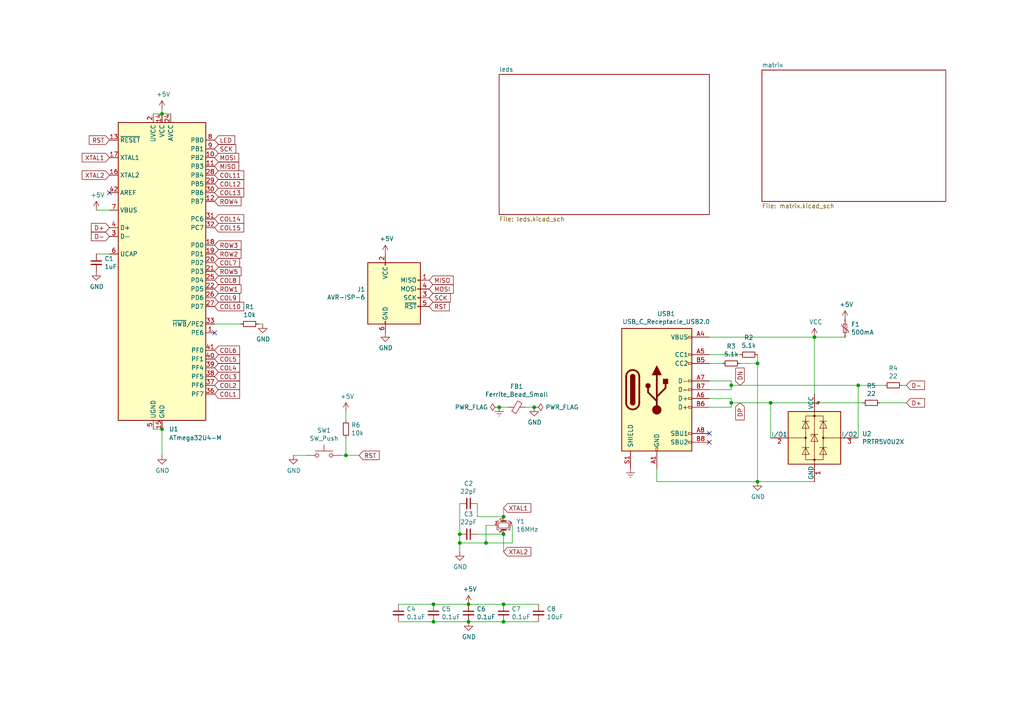
<source format=kicad_sch>
(kicad_sch (version 20211123) (generator eeschema)
  (paper "A4")
  (lib_symbols
    (symbol "Connector:AVR-ISP-6" (pin_names (offset 1.016))
      (property "Reference" "J" (at -6.35 11.43 0))
      (property "Value" "AVR-ISP-6" (at 0 11.43 0))
      (symbol "AVR-ISP-6_0_1"
        (rectangle (start -2.667 -6.858) (end -2.413 -7.62))
        (rectangle (start -2.667 10.16) (end -2.413 9.398))
        (rectangle (start 7.62 -2.413) (end 6.858 -2.667))
        (rectangle (start 7.62 0.127) (end 6.858 -0.127))
        (rectangle (start 7.62 2.667) (end 6.858 2.413))
        (rectangle (start 7.62 5.207) (end 6.858 4.953))
        (rectangle (start 7.62 10.16) (end -7.62 -7.62) (stroke (width 0.254)) (fill (type background)))
      )
      (symbol "AVR-ISP-6_1_1"
        (pin passive line (at 10.16 5.08 180) (length 2.54) (name "MISO") (number "1"))
        (pin passive line (at -2.54 12.7 270) (length 2.54) (name "VCC") (number "2"))
        (pin passive line (at 10.16 0 180) (length 2.54) (name "SCK") (number "3"))
        (pin passive line (at 10.16 2.54 180) (length 2.54) (name "MOSI") (number "4"))
        (pin passive line (at 10.16 -2.54 180) (length 2.54) (name "~{RST}") (number "5"))
        (pin passive line (at -2.54 -10.16 90) (length 2.54) (name "GND") (number "6"))
      )
    )
    (symbol "Connector:USB_C_Receptacle_USB2.0" (pin_names (offset 1.016))
      (property "Reference" "J" (at -10.16 19.05 0))
      (property "Value" "USB_C_Receptacle_USB2.0" (at 19.05 19.05 0))
      (symbol "USB_C_Receptacle_USB2.0_0_0"
        (rectangle (start -0.254 -17.78) (end 0.254 -16.764))
        (rectangle (start 10.16 -14.986) (end 9.144 -15.494))
        (rectangle (start 10.16 -12.446) (end 9.144 -12.954))
        (rectangle (start 10.16 -4.826) (end 9.144 -5.334))
        (rectangle (start 10.16 -2.286) (end 9.144 -2.794))
        (rectangle (start 10.16 0.254) (end 9.144 -0.254))
        (rectangle (start 10.16 2.794) (end 9.144 2.286))
        (rectangle (start 10.16 7.874) (end 9.144 7.366))
        (rectangle (start 10.16 10.414) (end 9.144 9.906))
        (rectangle (start 10.16 15.494) (end 9.144 14.986))
      )
      (symbol "USB_C_Receptacle_USB2.0_0_1"
        (rectangle (start -10.16 17.78) (end 10.16 -17.78) (stroke (width 0.254)) (fill (type background)))
        (arc (start -8.89 -3.81) (mid -6.985 -5.715) (end -5.08 -3.81) (stroke (width 0.508)))
        (arc (start -7.62 -3.81) (mid -6.985 -4.445) (end -6.35 -3.81) (stroke (width 0.254)))
        (arc (start -7.62 -3.81) (mid -6.985 -4.445) (end -6.35 -3.81) (stroke (width 0.254)) (fill (type outline)))
        (rectangle (start -7.62 -3.81) (end -6.35 3.81) (stroke (width 0.254)) (fill (type outline)))
        (arc (start -6.35 3.81) (mid -6.985 4.445) (end -7.62 3.81) (stroke (width 0.254)))
        (arc (start -6.35 3.81) (mid -6.985 4.445) (end -7.62 3.81) (stroke (width 0.254)) (fill (type outline)))
        (arc (start -5.08 3.81) (mid -6.985 5.715) (end -8.89 3.81) (stroke (width 0.508)))
        (circle (center -2.54 1.143) (radius 0.635) (stroke (width 0.254)) (fill (type outline)))
        (circle (center 0 -5.842) (radius 1.27) (fill (type outline)))
        (polyline (pts (xy -8.89 -3.81) (xy -8.89 3.81)) (stroke (width 0.508)))
        (polyline (pts (xy -5.08 3.81) (xy -5.08 -3.81)) (stroke (width 0.508)))
        (polyline (pts (xy 0 -5.842) (xy 0 4.318)) (stroke (width 0.508)))
        (polyline (pts (xy 0 -3.302) (xy -2.54 -0.762) (xy -2.54 0.508)) (stroke (width 0.508)))
        (polyline (pts (xy 0 -2.032) (xy 2.54 0.508) (xy 2.54 1.778)) (stroke (width 0.508)))
        (polyline (pts (xy -1.27 4.318) (xy 0 6.858) (xy 1.27 4.318) (xy -1.27 4.318)) (stroke (width 0.254)) (fill (type outline)))
        (rectangle (start 1.905 1.778) (end 3.175 3.048) (stroke (width 0.254)) (fill (type outline)))
      )
      (symbol "USB_C_Receptacle_USB2.0_1_1"
        (pin passive line (at 0 -22.86 90) (length 5.08) (name "GND") (number "A1"))
        (pin passive line (at 0 -22.86 90) (length 5.08) hide (name "GND") (number "A12"))
        (pin passive line (at 15.24 15.24 180) (length 5.08) (name "VBUS") (number "A4"))
        (pin bidirectional line (at 15.24 10.16 180) (length 5.08) (name "CC1") (number "A5"))
        (pin bidirectional line (at 15.24 -2.54 180) (length 5.08) (name "D+") (number "A6"))
        (pin bidirectional line (at 15.24 2.54 180) (length 5.08) (name "D-") (number "A7"))
        (pin bidirectional line (at 15.24 -12.7 180) (length 5.08) (name "SBU1") (number "A8"))
        (pin passive line (at 15.24 15.24 180) (length 5.08) hide (name "VBUS") (number "A9"))
        (pin passive line (at 0 -22.86 90) (length 5.08) hide (name "GND") (number "B1"))
        (pin passive line (at 0 -22.86 90) (length 5.08) hide (name "GND") (number "B12"))
        (pin passive line (at 15.24 15.24 180) (length 5.08) hide (name "VBUS") (number "B4"))
        (pin bidirectional line (at 15.24 7.62 180) (length 5.08) (name "CC2") (number "B5"))
        (pin bidirectional line (at 15.24 -5.08 180) (length 5.08) (name "D+") (number "B6"))
        (pin bidirectional line (at 15.24 0 180) (length 5.08) (name "D-") (number "B7"))
        (pin bidirectional line (at 15.24 -15.24 180) (length 5.08) (name "SBU2") (number "B8"))
        (pin passive line (at 15.24 15.24 180) (length 5.08) hide (name "VBUS") (number "B9"))
        (pin passive line (at -7.62 -22.86 90) (length 5.08) (name "SHIELD") (number "S1"))
      )
    )
    (symbol "Device:C_Small" (pin_numbers hide) (pin_names (offset 0.254) hide)
      (property "Reference" "C" (at 0.254 1.778 0))
      (property "Value" "C_Small" (at 0.254 -2.032 0))
      (symbol "C_Small_0_1"
        (polyline (pts (xy -1.524 -0.508) (xy 1.524 -0.508)) (stroke (width 0.3302)))
        (polyline (pts (xy -1.524 0.508) (xy 1.524 0.508)) (stroke (width 0.3048)))
      )
      (symbol "C_Small_1_1"
        (pin passive line (at 0 2.54 270) (length 2.032) (name "~") (number "1"))
        (pin passive line (at 0 -2.54 90) (length 2.032) (name "~") (number "2"))
      )
    )
    (symbol "Device:Crystal_GND24_Small" (pin_names (offset 1.016) hide)
      (property "Reference" "Y" (at 1.27 4.445 0))
      (property "Value" "Crystal_GND24_Small" (at 1.27 2.54 0))
      (symbol "Crystal_GND24_Small_0_1"
        (rectangle (start -0.762 -1.524) (end 0.762 1.524))
        (polyline (pts (xy -1.27 -0.762) (xy -1.27 0.762)) (stroke (width 0.381)))
        (polyline (pts (xy 1.27 -0.762) (xy 1.27 0.762)) (stroke (width 0.381)))
        (polyline (pts (xy -1.27 -1.27) (xy -1.27 -1.905) (xy 1.27 -1.905) (xy 1.27 -1.27)))
        (polyline (pts (xy -1.27 1.27) (xy -1.27 1.905) (xy 1.27 1.905) (xy 1.27 1.27)))
      )
      (symbol "Crystal_GND24_Small_1_1"
        (pin passive line (at -2.54 0 0) (length 1.27) (name "1") (number "1"))
        (pin passive line (at 0 -2.54 90) (length 0.635) (name "2") (number "2"))
        (pin passive line (at 2.54 0 180) (length 1.27) (name "3") (number "3"))
        (pin passive line (at 0 2.54 270) (length 0.635) (name "4") (number "4"))
      )
    )
    (symbol "Device:Ferrite_Bead_Small" (pin_numbers hide) (pin_names (offset 0))
      (property "Reference" "FB" (at 1.905 1.27 0))
      (property "Value" "Device_Ferrite_Bead_Small" (at 1.905 -1.27 0))
      (symbol "Ferrite_Bead_Small_0_1"
        (polyline (pts (xy 0 -1.27) (xy 0 -0.7874)))
        (polyline (pts (xy 0 0.889) (xy 0 1.2954)))
        (polyline (pts (xy -1.8288 0.2794) (xy -1.1176 1.4986) (xy 1.8288 -0.2032) (xy 1.1176 -1.4224) (xy -1.8288 0.2794)))
      )
      (symbol "Ferrite_Bead_Small_1_1"
        (pin passive line (at 0 2.54 270) (length 1.27) (name "~") (number "1"))
        (pin passive line (at 0 -2.54 90) (length 1.27) (name "~") (number "2"))
      )
    )
    (symbol "Device:Polyfuse_Small" (pin_numbers hide) (pin_names (offset 0))
      (property "Reference" "F" (at -1.905 0 90))
      (property "Value" "Polyfuse_Small" (at 1.905 0 90))
      (symbol "Polyfuse_Small_0_1"
        (rectangle (start -0.508 1.27) (end 0.508 -1.27))
        (polyline (pts (xy 0 2.54) (xy 0 -2.54)))
        (polyline (pts (xy -1.016 1.27) (xy -1.016 0.762) (xy 1.016 -0.762) (xy 1.016 -1.27)))
      )
      (symbol "Polyfuse_Small_1_1"
        (pin passive line (at 0 2.54 270) (length 0.635) (name "~") (number "1"))
        (pin passive line (at 0 -2.54 90) (length 0.635) (name "~") (number "2"))
      )
    )
    (symbol "Device:R_Small" (pin_numbers hide) (pin_names (offset 0.254) hide)
      (property "Reference" "R" (at 0.762 0.508 0))
      (property "Value" "R_Small" (at 0.762 -1.016 0))
      (symbol "R_Small_0_1"
        (rectangle (start -0.762 1.778) (end 0.762 -1.778) (stroke (width 0.2032)))
      )
      (symbol "R_Small_1_1"
        (pin passive line (at 0 2.54 270) (length 0.762) (name "~") (number "1"))
        (pin passive line (at 0 -2.54 90) (length 0.762) (name "~") (number "2"))
      )
    )
    (symbol "MCU_Microchip_ATmega:ATmega32U4-M"
      (property "Reference" "U" (at -12.7 44.45 0))
      (property "Value" "ATmega32U4-M" (at 2.54 -44.45 0))
      (symbol "ATmega32U4-M_0_1"
        (rectangle (start -12.7 -43.18) (end 12.7 43.18) (stroke (width 0.254)) (fill (type background)))
      )
      (symbol "ATmega32U4-M_1_1"
        (pin bidirectional line (at 15.24 -17.78 180) (length 2.54) (name "PE6") (number "1"))
        (pin bidirectional line (at 15.24 33.02 180) (length 2.54) (name "PB2") (number "10"))
        (pin bidirectional line (at 15.24 30.48 180) (length 2.54) (name "PB3") (number "11"))
        (pin bidirectional line (at 15.24 20.32 180) (length 2.54) (name "PB7") (number "12"))
        (pin input line (at -15.24 38.1 0) (length 2.54) (name "~{RESET}") (number "13"))
        (pin power_in line (at 0 45.72 270) (length 2.54) (name "VCC") (number "14"))
        (pin power_in line (at 0 -45.72 90) (length 2.54) (name "GND") (number "15"))
        (pin output line (at -15.24 27.94 0) (length 2.54) (name "XTAL2") (number "16"))
        (pin input line (at -15.24 33.02 0) (length 2.54) (name "XTAL1") (number "17"))
        (pin bidirectional line (at 15.24 7.62 180) (length 2.54) (name "PD0") (number "18"))
        (pin bidirectional line (at 15.24 5.08 180) (length 2.54) (name "PD1") (number "19"))
        (pin power_in line (at -2.54 45.72 270) (length 2.54) (name "UVCC") (number "2"))
        (pin bidirectional line (at 15.24 2.54 180) (length 2.54) (name "PD2") (number "20"))
        (pin bidirectional line (at 15.24 0 180) (length 2.54) (name "PD3") (number "21"))
        (pin bidirectional line (at 15.24 -5.08 180) (length 2.54) (name "PD5") (number "22"))
        (pin passive line (at 0 -45.72 90) (length 2.54) hide (name "GND") (number "23"))
        (pin power_in line (at 2.54 45.72 270) (length 2.54) (name "AVCC") (number "24"))
        (pin bidirectional line (at 15.24 -2.54 180) (length 2.54) (name "PD4") (number "25"))
        (pin bidirectional line (at 15.24 -7.62 180) (length 2.54) (name "PD6") (number "26"))
        (pin bidirectional line (at 15.24 -10.16 180) (length 2.54) (name "PD7") (number "27"))
        (pin bidirectional line (at 15.24 27.94 180) (length 2.54) (name "PB4") (number "28"))
        (pin bidirectional line (at 15.24 25.4 180) (length 2.54) (name "PB5") (number "29"))
        (pin bidirectional line (at -15.24 10.16 0) (length 2.54) (name "D-") (number "3"))
        (pin bidirectional line (at 15.24 22.86 180) (length 2.54) (name "PB6") (number "30"))
        (pin bidirectional line (at 15.24 15.24 180) (length 2.54) (name "PC6") (number "31"))
        (pin bidirectional line (at 15.24 12.7 180) (length 2.54) (name "PC7") (number "32"))
        (pin bidirectional line (at 15.24 -15.24 180) (length 2.54) (name "~{HWB}/PE2") (number "33"))
        (pin passive line (at 0 45.72 270) (length 2.54) hide (name "VCC") (number "34"))
        (pin passive line (at 0 -45.72 90) (length 2.54) hide (name "GND") (number "35"))
        (pin bidirectional line (at 15.24 -35.56 180) (length 2.54) (name "PF7") (number "36"))
        (pin bidirectional line (at 15.24 -33.02 180) (length 2.54) (name "PF6") (number "37"))
        (pin bidirectional line (at 15.24 -30.48 180) (length 2.54) (name "PF5") (number "38"))
        (pin bidirectional line (at 15.24 -27.94 180) (length 2.54) (name "PF4") (number "39"))
        (pin bidirectional line (at -15.24 12.7 0) (length 2.54) (name "D+") (number "4"))
        (pin bidirectional line (at 15.24 -25.4 180) (length 2.54) (name "PF1") (number "40"))
        (pin bidirectional line (at 15.24 -22.86 180) (length 2.54) (name "PF0") (number "41"))
        (pin passive line (at -15.24 22.86 0) (length 2.54) (name "AREF") (number "42"))
        (pin passive line (at 0 -45.72 90) (length 2.54) hide (name "GND") (number "43"))
        (pin passive line (at 2.54 45.72 270) (length 2.54) hide (name "AVCC") (number "44"))
        (pin passive line (at 0 -45.72 90) (length 2.54) hide (name "GND") (number "45"))
        (pin passive line (at -2.54 -45.72 90) (length 2.54) (name "UGND") (number "5"))
        (pin passive line (at -15.24 5.08 0) (length 2.54) (name "UCAP") (number "6"))
        (pin input line (at -15.24 17.78 0) (length 2.54) (name "VBUS") (number "7"))
        (pin bidirectional line (at 15.24 38.1 180) (length 2.54) (name "PB0") (number "8"))
        (pin bidirectional line (at 15.24 35.56 180) (length 2.54) (name "PB1") (number "9"))
      )
    )
    (symbol "Power_Protection:PRTR5V0U2X" (pin_names (offset 0))
      (property "Reference" "D" (at 2.794 8.636 0))
      (property "Value" "PRTR5V0U2X" (at 8.128 -9.398 0))
      (symbol "PRTR5V0U2X_0_1"
        (rectangle (start -7.62 -7.62) (end 7.62 7.62) (stroke (width 0.254)) (fill (type background)))
        (circle (center -2.54 0) (radius 0.254) (fill (type outline)))
        (rectangle (start -2.54 6.35) (end 2.54 -6.35))
        (circle (center 0 -6.35) (radius 0.254) (fill (type outline)))
        (polyline (pts (xy -2.54 0) (xy -7.62 0)))
        (polyline (pts (xy -1.524 -2.794) (xy -3.556 -2.794)))
        (polyline (pts (xy -1.524 4.826) (xy -3.556 4.826)))
        (polyline (pts (xy 0 -7.62) (xy 0 7.62)))
        (polyline (pts (xy 1.524 -2.794) (xy 3.556 -2.794)))
        (polyline (pts (xy 1.524 4.826) (xy 3.556 4.826)))
        (polyline (pts (xy 2.54 0) (xy 7.62 0)))
        (polyline (pts (xy 1.016 1.016) (xy -1.016 1.016) (xy -1.016 0.508)))
        (polyline (pts (xy -3.556 -4.826) (xy -1.524 -4.826) (xy -2.54 -2.794) (xy -3.556 -4.826)))
        (polyline (pts (xy -3.556 2.794) (xy -1.524 2.794) (xy -2.54 4.826) (xy -3.556 2.794)))
        (polyline (pts (xy -1.016 -1.016) (xy 1.016 -1.016) (xy 0 1.016) (xy -1.016 -1.016)))
        (polyline (pts (xy 3.556 -4.826) (xy 1.524 -4.826) (xy 2.54 -2.794) (xy 3.556 -4.826)))
        (polyline (pts (xy 3.556 2.794) (xy 1.524 2.794) (xy 2.54 4.826) (xy 3.556 2.794)))
        (circle (center 0 6.35) (radius 0.254) (fill (type outline)))
        (circle (center 2.54 0) (radius 0.254) (fill (type outline)))
      )
      (symbol "PRTR5V0U2X_1_1"
        (pin passive line (at 0 -12.7 90) (length 5.08) (name "GND") (number "1"))
        (pin passive line (at -12.7 0 0) (length 5.08) (name "I/O1") (number "2"))
        (pin passive line (at 12.7 0 180) (length 5.08) (name "I/O2") (number "3"))
        (pin passive line (at 0 12.7 270) (length 5.08) (name "VCC") (number "4"))
      )
    )
    (symbol "Switch:SW_Push" (pin_numbers hide) (pin_names (offset 1.016) hide)
      (property "Reference" "SW" (at 1.27 2.54 0))
      (property "Value" "SW_Push" (at 0 -1.524 0))
      (symbol "SW_Push_0_1"
        (circle (center -2.032 0) (radius 0.508))
        (polyline (pts (xy 0 1.27) (xy 0 3.048)))
        (polyline (pts (xy 2.54 1.27) (xy -2.54 1.27)))
        (circle (center 2.032 0) (radius 0.508))
        (pin passive line (at -5.08 0 0) (length 2.54) (name "1") (number "1"))
        (pin passive line (at 5.08 0 180) (length 2.54) (name "2") (number "2"))
      )
    )
    (symbol "power:+5V" (power) (pin_names (offset 0))
      (property "Value" "+5V" (at 0 3.556 0))
      (symbol "+5V_0_1"
        (polyline (pts (xy -0.762 1.27) (xy 0 2.54)))
        (polyline (pts (xy 0 0) (xy 0 2.54)))
        (polyline (pts (xy 0 2.54) (xy 0.762 1.27)))
      )
      (symbol "+5V_1_1"
        (pin power_in line (at 0 0 90) (length 0) hide (name "+5V") (number "1"))
      )
    )
    (symbol "power:Earth" (power) (pin_names (offset 0))
      (symbol "Earth_0_1"
        (polyline (pts (xy -0.635 -1.905) (xy 0.635 -1.905)))
        (polyline (pts (xy -0.127 -2.54) (xy 0.127 -2.54)))
        (polyline (pts (xy 0 -1.27) (xy 0 0)))
        (polyline (pts (xy 1.27 -1.27) (xy -1.27 -1.27)))
      )
      (symbol "Earth_1_1"
        (pin power_in line (at 0 0 270) (length 0) hide (name "Earth") (number "1"))
      )
    )
    (symbol "power:GND" (power) (pin_names (offset 0))
      (property "Value" "GND" (at 0 -3.81 0))
      (symbol "GND_0_1"
        (polyline (pts (xy 0 0) (xy 0 -1.27) (xy 1.27 -1.27) (xy 0 -2.54) (xy -1.27 -1.27) (xy 0 -1.27)))
      )
      (symbol "GND_1_1"
        (pin power_in line (at 0 0 270) (length 0) hide (name "GND") (number "1"))
      )
    )
    (symbol "power:PWR_FLAG" (power) (pin_numbers hide) (pin_names (offset 0) hide)
      (property "Value" "PWR_FLAG" (at 0 3.81 0))
      (symbol "PWR_FLAG_0_0"
        (pin power_out line (at 0 0 90) (length 0) (name "pwr") (number "1"))
      )
      (symbol "PWR_FLAG_0_1"
        (polyline (pts (xy 0 0) (xy 0 1.27) (xy -1.016 1.905) (xy 0 2.54) (xy 1.016 1.905) (xy 0 1.27)))
      )
    )
    (symbol "power:VCC" (power) (pin_names (offset 0))
      (property "Value" "VCC" (at 0 3.81 0))
      (symbol "VCC_0_1"
        (polyline (pts (xy -0.762 1.27) (xy 0 2.54)))
        (polyline (pts (xy 0 0) (xy 0 2.54)))
        (polyline (pts (xy 0 2.54) (xy 0.762 1.27)))
      )
      (symbol "VCC_1_1"
        (pin power_in line (at 0 0 90) (length 0) hide (name "VCC") (number "1"))
      )
    )
  )
  (junction (at 212.09 111.76))
  (junction (at 219.71 105.41))
  (junction (at 125.73 175.26))
  (junction (at 144.78 118.11))
  (junction (at 146.05 154.94))
  (junction (at 248.92 111.76))
  (junction (at 212.09 116.84))
  (junction (at 146.05 180.34))
  (junction (at 146.05 175.26))
  (junction (at 219.71 139.7))
  (junction (at 46.99 33.02))
  (junction (at 135.89 180.34))
  (junction (at 146.05 149.86))
  (junction (at 154.94 118.11))
  (junction (at 133.35 157.48))
  (junction (at 135.89 175.26))
  (junction (at 133.35 154.94))
  (junction (at 46.99 124.46))
  (junction (at 223.52 116.84))
  (junction (at 140.97 157.48))
  (junction (at 236.22 97.79))
  (junction (at 125.73 180.34))
  (junction (at 100.33 132.08))
  (no_connect (at 205.74 128.27))
  (no_connect (at 62.23 96.52))
  (no_connect (at 205.74 125.73))
  (no_connect (at 31.75 55.88))
  (wire (pts (xy 146.05 175.26) (xy 156.21 175.26)))
  (wire (pts (xy 212.09 113.03) (xy 205.74 113.03)))
  (wire (pts (xy 261.62 111.76) (xy 262.89 111.76)))
  (wire (pts (xy 236.22 97.79) (xy 245.11 97.79)))
  (wire (pts (xy 99.06 132.08) (xy 100.33 132.08)))
  (wire (pts (xy 205.74 102.87) (xy 214.63 102.87)))
  (wire (pts (xy 44.45 33.02) (xy 46.99 33.02)))
  (wire (pts (xy 100.33 132.08) (xy 104.14 132.08)))
  (wire (pts (xy 133.35 157.48) (xy 133.35 160.02)))
  (wire (pts (xy 219.71 102.87) (xy 219.71 105.41)))
  (wire (pts (xy 62.23 93.98) (xy 69.85 93.98)))
  (wire (pts (xy 138.43 146.05) (xy 138.43 149.86)))
  (wire (pts (xy 205.74 115.57) (xy 212.09 115.57)))
  (wire (pts (xy 125.73 175.26) (xy 135.89 175.26)))
  (wire (pts (xy 135.89 175.26) (xy 146.05 175.26)))
  (wire (pts (xy 146.05 154.94) (xy 146.05 160.02)))
  (wire (pts (xy 133.35 154.94) (xy 133.35 157.48)))
  (wire (pts (xy 148.59 152.4) (xy 148.59 157.48)))
  (wire (pts (xy 190.5 139.7) (xy 219.71 139.7)))
  (wire (pts (xy 85.09 132.08) (xy 88.9 132.08)))
  (wire (pts (xy 205.74 105.41) (xy 209.55 105.41)))
  (wire (pts (xy 135.89 180.34) (xy 125.73 180.34)))
  (wire (pts (xy 138.43 149.86) (xy 146.05 149.86)))
  (wire (pts (xy 44.45 124.46) (xy 46.99 124.46)))
  (wire (pts (xy 46.99 33.02) (xy 49.53 33.02)))
  (wire (pts (xy 100.33 127) (xy 100.33 132.08)))
  (wire (pts (xy 140.97 157.48) (xy 133.35 157.48)))
  (wire (pts (xy 125.73 180.34) (xy 115.57 180.34)))
  (wire (pts (xy 236.22 97.79) (xy 236.22 114.3)))
  (wire (pts (xy 205.74 110.49) (xy 212.09 110.49)))
  (wire (pts (xy 212.09 118.11) (xy 205.74 118.11)))
  (wire (pts (xy 190.5 135.89) (xy 190.5 139.7)))
  (wire (pts (xy 143.51 152.4) (xy 140.97 152.4)))
  (wire (pts (xy 144.78 118.11) (xy 147.32 118.11)))
  (wire (pts (xy 212.09 115.57) (xy 212.09 116.84)))
  (wire (pts (xy 46.99 132.08) (xy 46.99 124.46)))
  (wire (pts (xy 27.94 73.66) (xy 31.75 73.66)))
  (wire (pts (xy 223.52 116.84) (xy 250.19 116.84)))
  (wire (pts (xy 219.71 139.7) (xy 236.22 139.7)))
  (wire (pts (xy 214.63 105.41) (xy 219.71 105.41)))
  (wire (pts (xy 212.09 111.76) (xy 212.09 113.03)))
  (wire (pts (xy 205.74 97.79) (xy 236.22 97.79)))
  (wire (pts (xy 148.59 157.48) (xy 140.97 157.48)))
  (wire (pts (xy 156.21 180.34) (xy 146.05 180.34)))
  (wire (pts (xy 219.71 105.41) (xy 219.71 139.7)))
  (wire (pts (xy 212.09 116.84) (xy 212.09 118.11)))
  (wire (pts (xy 138.43 154.94) (xy 146.05 154.94)))
  (wire (pts (xy 100.33 119.38) (xy 100.33 121.92)))
  (wire (pts (xy 212.09 111.76) (xy 248.92 111.76)))
  (wire (pts (xy 46.99 33.02) (xy 46.99 31.75)))
  (wire (pts (xy 115.57 175.26) (xy 125.73 175.26)))
  (wire (pts (xy 146.05 180.34) (xy 135.89 180.34)))
  (wire (pts (xy 133.35 146.05) (xy 133.35 154.94)))
  (wire (pts (xy 212.09 116.84) (xy 223.52 116.84)))
  (wire (pts (xy 212.09 110.49) (xy 212.09 111.76)))
  (wire (pts (xy 152.4 118.11) (xy 154.94 118.11)))
  (wire (pts (xy 146.05 149.86) (xy 146.05 147.32)))
  (wire (pts (xy 27.94 60.96) (xy 31.75 60.96)))
  (wire (pts (xy 248.92 127) (xy 248.92 111.76)))
  (wire (pts (xy 140.97 152.4) (xy 140.97 157.48)))
  (wire (pts (xy 74.93 93.98) (xy 76.2 93.98)))
  (wire (pts (xy 255.27 116.84) (xy 262.89 116.84)))
  (wire (pts (xy 223.52 116.84) (xy 223.52 127)))
  (wire (pts (xy 248.92 111.76) (xy 256.54 111.76)))
  (global_label "COL3" (shape input) (at 62.23 109.22 0) (property "Intersheet References" "${INTERSHEET_REFS}" (effects hide)))
  (global_label "MOSI" (shape input) (at 124.46 83.82 0) (property "Intersheet References" "${INTERSHEET_REFS}" (effects hide)))
  (global_label "SCK" (shape input) (at 62.23 43.18 0) (property "Intersheet References" "${INTERSHEET_REFS}" (effects hide)))
  (global_label "COL5" (shape input) (at 62.23 104.14 0) (property "Intersheet References" "${INTERSHEET_REFS}" (effects hide)))
  (global_label "ROW1" (shape input) (at 62.23 83.82 0) (property "Intersheet References" "${INTERSHEET_REFS}" (effects hide)))
  (global_label "XTAL1" (shape input) (at 146.05 147.32 0) (property "Intersheet References" "${INTERSHEET_REFS}" (effects hide)))
  (global_label "RST" (shape input) (at 31.75 40.64 180) (property "Intersheet References" "${INTERSHEET_REFS}" (effects hide)))
  (global_label "COL2" (shape input) (at 62.23 111.76 0) (property "Intersheet References" "${INTERSHEET_REFS}" (effects hide)))
  (global_label "MISO" (shape input) (at 62.23 48.26 0) (property "Intersheet References" "${INTERSHEET_REFS}" (effects hide)))
  (global_label "COL7" (shape input) (at 62.23 76.2 0) (property "Intersheet References" "${INTERSHEET_REFS}" (effects hide)))
  (global_label "D+" (shape input) (at 31.75 66.04 180) (property "Intersheet References" "${INTERSHEET_REFS}" (effects hide)))
  (global_label "ROW4" (shape input) (at 62.23 58.42 0) (property "Intersheet References" "${INTERSHEET_REFS}" (effects hide)))
  (global_label "D-" (shape input) (at 262.89 111.76 0) (property "Intersheet References" "${INTERSHEET_REFS}" (effects hide)))
  (global_label "COL14" (shape input) (at 62.23 63.5 0) (property "Intersheet References" "${INTERSHEET_REFS}" (effects hide)))
  (global_label "XTAL2" (shape input) (at 31.75 50.8 180) (property "Intersheet References" "${INTERSHEET_REFS}" (effects hide)))
  (global_label "COL12" (shape input) (at 62.23 53.34 0) (property "Intersheet References" "${INTERSHEET_REFS}" (effects hide)))
  (global_label "RST" (shape input) (at 104.14 132.08 0) (property "Intersheet References" "${INTERSHEET_REFS}" (effects hide)))
  (global_label "RST" (shape input) (at 124.46 88.9 0) (property "Intersheet References" "${INTERSHEET_REFS}" (effects hide)))
  (global_label "COL1" (shape input) (at 62.23 114.3 0) (property "Intersheet References" "${INTERSHEET_REFS}" (effects hide)))
  (global_label "COL13" (shape input) (at 62.23 55.88 0) (property "Intersheet References" "${INTERSHEET_REFS}" (effects hide)))
  (global_label "DN" (shape input) (at 214.63 111.76 90) (property "Intersheet References" "${INTERSHEET_REFS}" (effects hide)))
  (global_label "COL8" (shape input) (at 62.23 81.28 0) (property "Intersheet References" "${INTERSHEET_REFS}" (effects hide)))
  (global_label "COL4" (shape input) (at 62.23 106.68 0) (property "Intersheet References" "${INTERSHEET_REFS}" (effects hide)))
  (global_label "COL15" (shape input) (at 62.23 66.04 0) (property "Intersheet References" "${INTERSHEET_REFS}" (effects hide)))
  (global_label "ROW2" (shape input) (at 62.23 73.66 0) (property "Intersheet References" "${INTERSHEET_REFS}" (effects hide)))
  (global_label "D+" (shape input) (at 262.89 116.84 0) (property "Intersheet References" "${INTERSHEET_REFS}" (effects hide)))
  (global_label "COL6" (shape input) (at 62.23 101.6 0) (property "Intersheet References" "${INTERSHEET_REFS}" (effects hide)))
  (global_label "MOSI" (shape input) (at 62.23 45.72 0) (property "Intersheet References" "${INTERSHEET_REFS}" (effects hide)))
  (global_label "SCK" (shape input) (at 124.46 86.36 0) (property "Intersheet References" "${INTERSHEET_REFS}" (effects hide)))
  (global_label "DP" (shape input) (at 214.63 116.84 270) (property "Intersheet References" "${INTERSHEET_REFS}" (effects hide)))
  (global_label "COL10" (shape input) (at 62.23 88.9 0) (property "Intersheet References" "${INTERSHEET_REFS}" (effects hide)))
  (global_label "D-" (shape input) (at 31.75 68.58 180) (property "Intersheet References" "${INTERSHEET_REFS}" (effects hide)))
  (global_label "COL9" (shape input) (at 62.23 86.36 0) (property "Intersheet References" "${INTERSHEET_REFS}" (effects hide)))
  (global_label "XTAL1" (shape input) (at 31.75 45.72 180) (property "Intersheet References" "${INTERSHEET_REFS}" (effects hide)))
  (global_label "ROW3" (shape input) (at 62.23 71.12 0) (property "Intersheet References" "${INTERSHEET_REFS}" (effects hide)))
  (global_label "MISO" (shape input) (at 124.46 81.28 0) (property "Intersheet References" "${INTERSHEET_REFS}" (effects hide)))
  (global_label "XTAL2" (shape input) (at 146.05 160.02 0) (property "Intersheet References" "${INTERSHEET_REFS}" (effects hide)))
  (global_label "COL11" (shape input) (at 62.23 50.8 0) (property "Intersheet References" "${INTERSHEET_REFS}" (effects hide)))
  (global_label "ROW5" (shape input) (at 62.23 78.74 0) (property "Intersheet References" "${INTERSHEET_REFS}" (effects hide)))
  (global_label "LED" (shape input) (at 62.23 40.64 0) (property "Intersheet References" "${INTERSHEET_REFS}" (effects hide)))
  (symbol (lib_id "Device:R_Small") (at 212.09 105.41 270) (unit 1)
    (property "Reference" "R3" (at 212.09 100.4316 90))
    (property "Value" "5.1k" (at 212.09 102.743 90))
    (property "Footprint" "Resistor_SMD:R_0402_1005Metric" (effects hide))
  )
  (symbol (lib_id "Switch:SW_Push") (at 93.98 132.08 0) (unit 1)
    (property "Reference" "SW1" (at 93.98 124.841 0))
    (property "Value" "SW_Push" (at 93.98 127.1524 0))
    (property "Footprint" "random-keyboard-parts:SKQG-1155865" (effects hide))
  )
  (symbol (lib_id "Device:Crystal_GND24_Small") (at 146.05 152.4 270) (unit 1)
    (property "Reference" "Y1" (at 149.7076 151.2316 90) (effects (justify left)))
    (property "Value" "16MHz" (at 149.7076 153.543 90) (effects (justify left)))
    (property "Footprint" "Crystal:Crystal_SMD_3225-4Pin_3.2x2.5mm" (effects hide))
  )
  (symbol (lib_id "power:+5V") (at 111.76 73.66 0) (unit 1)
    (property "Reference" "#PWR02" (effects hide))
    (property "Value" "+5V" (at 112.141 69.2658 0))
  )
  (symbol (lib_id "power:Earth") (at 182.88 135.89 0) (unit 1)
    (property "Reference" "#PWR017" (effects hide))
    (property "Value" "Earth" (effects hide))
  )
  (symbol (lib_id "Device:C_Small") (at 115.57 177.8 0) (unit 1)
    (property "Reference" "C4" (at 117.9068 176.6316 0) (effects (justify left)))
    (property "Value" "0.1uF" (at 117.9068 178.943 0) (effects (justify left)))
    (property "Footprint" "Capacitor_SMD:C_0402_1005Metric" (effects hide))
  )
  (symbol (lib_id "power:GND") (at 111.76 96.52 0) (unit 1)
    (property "Reference" "#PWR03" (effects hide))
    (property "Value" "GND" (at 111.887 100.9142 0))
  )
  (symbol (lib_id "power:VCC") (at 236.22 97.79 0) (unit 1)
    (property "Reference" "#PWR015" (effects hide))
    (property "Value" "VCC" (at 236.601 93.3958 0))
  )
  (symbol (lib_id "Device:C_Small") (at 27.94 76.2 0) (unit 1)
    (property "Reference" "C1" (at 30.2768 75.0316 0) (effects (justify left)))
    (property "Value" "1uF" (at 30.2768 77.343 0) (effects (justify left)))
    (property "Footprint" "Capacitor_SMD:C_0402_1005Metric" (effects hide))
  )
  (symbol (lib_id "power:+5V") (at 46.99 31.75 0) (unit 1)
    (property "Reference" "#PWR01" (effects hide))
    (property "Value" "+5V" (at 47.371 27.3558 0))
  )
  (symbol (lib_id "Device:R_Small") (at 72.39 93.98 270) (unit 1)
    (property "Reference" "R1" (at 72.39 89.0016 90))
    (property "Value" "10k" (at 72.39 91.313 90))
    (property "Footprint" "Resistor_SMD:R_0402_1005Metric" (effects hide))
  )
  (symbol (lib_id "power:GND") (at 219.71 139.7 0) (unit 1)
    (property "Reference" "#PWR018" (effects hide))
    (property "Value" "GND" (at 219.837 144.0942 0))
  )
  (symbol (lib_id "power:+5V") (at 135.89 175.26 0) (unit 1)
    (property "Reference" "#PWR010" (effects hide))
    (property "Value" "+5V" (at 136.271 170.8658 0))
  )
  (symbol (lib_id "Device:C_Small") (at 125.73 177.8 0) (unit 1)
    (property "Reference" "C5" (at 128.0668 176.6316 0) (effects (justify left)))
    (property "Value" "0.1uF" (at 128.0668 178.943 0) (effects (justify left)))
    (property "Footprint" "Capacitor_SMD:C_0402_1005Metric" (effects hide))
  )
  (symbol (lib_id "Power_Protection:PRTR5V0U2X") (at 236.22 127 0) (unit 1)
    (property "Reference" "U2" (at 250.0376 125.8316 0) (effects (justify left)))
    (property "Value" "PRTR5V0U2X" (at 250.0376 128.143 0) (effects (justify left)))
    (property "Footprint" "random-keyboard-parts:SOT143B" (effects hide))
    (property "Datasheet" "https://assets.nexperia.com/documents/data-sheet/PRTR5V0U2X.pdf" (effects hide))
  )
  (symbol (lib_id "power:GND") (at 154.94 118.11 0) (unit 1)
    (property "Reference" "#PWR06" (effects hide))
    (property "Value" "GND" (at 155.067 122.5042 0))
  )
  (symbol (lib_id "Connector:AVR-ISP-6") (at 114.3 86.36 0) (unit 1)
    (property "Reference" "J1" (at 105.9434 83.9216 0) (effects (justify right)))
    (property "Value" "AVR-ISP-6" (at 105.9434 86.233 0) (effects (justify right)))
    (property "Footprint" "random-keyboard-parts:Reset_Pretty-Mask" (effects hide))
    (property "Datasheet" " ~" (effects hide))
  )
  (symbol (lib_id "power:GND") (at 76.2 93.98 0) (unit 1)
    (property "Reference" "#PWR08" (effects hide))
    (property "Value" "GND" (at 76.327 98.3742 0))
  )
  (symbol (lib_id "power:GND") (at 27.94 78.74 0) (unit 1)
    (property "Reference" "#PWR07" (effects hide))
    (property "Value" "GND" (at 28.067 83.1342 0))
  )
  (symbol (lib_id "Device:Polyfuse_Small") (at 245.11 95.25 0) (unit 1)
    (property "Reference" "F1" (at 246.8372 94.0816 0) (effects (justify left)))
    (property "Value" "500mA" (at 246.8372 96.393 0) (effects (justify left)))
    (property "Footprint" "Fuse:Fuse_1206_3216Metric" (effects hide))
  )
  (symbol (lib_id "Device:C_Small") (at 156.21 177.8 0) (unit 1)
    (property "Reference" "C8" (at 158.5468 176.6316 0) (effects (justify left)))
    (property "Value" "10uF" (at 158.5468 178.943 0) (effects (justify left)))
    (property "Footprint" "Capacitor_SMD:C_0402_1005Metric" (effects hide))
  )
  (symbol (lib_id "power:Earth") (at 144.78 118.11 0) (unit 1)
    (property "Reference" "#PWR05" (effects hide))
    (property "Value" "Earth" (effects hide))
  )
  (symbol (lib_id "Device:C_Small") (at 135.89 154.94 270) (unit 1)
    (property "Reference" "C3" (at 135.89 149.1234 90))
    (property "Value" "22pF" (at 135.89 151.4348 90))
    (property "Footprint" "Capacitor_SMD:C_0402_1005Metric" (effects hide))
  )
  (symbol (lib_id "Device:R_Small") (at 100.33 124.46 0) (unit 1)
    (property "Reference" "R6" (at 101.8286 123.2916 0) (effects (justify left)))
    (property "Value" "10k" (at 101.8286 125.603 0) (effects (justify left)))
    (property "Footprint" "Resistor_SMD:R_0402_1005Metric" (effects hide))
  )
  (symbol (lib_id "Device:C_Small") (at 135.89 177.8 0) (unit 1)
    (property "Reference" "C6" (at 138.2268 176.6316 0) (effects (justify left)))
    (property "Value" "0.1uF" (at 138.2268 178.943 0) (effects (justify left)))
    (property "Footprint" "Capacitor_SMD:C_0402_1005Metric" (effects hide))
  )
  (symbol (lib_id "power:PWR_FLAG") (at 154.94 118.11 270) (unit 1)
    (property "Reference" "#FLG02" (effects hide))
    (property "Value" "PWR_FLAG" (at 158.1912 118.11 90) (effects (justify left)))
  )
  (symbol (lib_id "power:PWR_FLAG") (at 144.78 118.11 90) (unit 1)
    (property "Reference" "#FLG01" (effects hide))
    (property "Value" "PWR_FLAG" (at 141.5542 118.11 90) (effects (justify left)))
  )
  (symbol (lib_id "power:GND") (at 46.99 132.08 0) (unit 1)
    (property "Reference" "#PWR012" (effects hide))
    (property "Value" "GND" (at 47.117 136.4742 0))
  )
  (symbol (lib_id "power:GND") (at 135.89 180.34 0) (unit 1)
    (property "Reference" "#PWR011" (effects hide))
    (property "Value" "GND" (at 136.017 184.7342 0))
  )
  (symbol (lib_id "power:GND") (at 133.35 160.02 0) (unit 1)
    (property "Reference" "#PWR09" (effects hide))
    (property "Value" "GND" (at 133.477 164.4142 0))
  )
  (symbol (lib_id "Device:R_Small") (at 259.08 111.76 270) (unit 1)
    (property "Reference" "R4" (at 259.08 106.7816 90))
    (property "Value" "22" (at 259.08 109.093 90))
    (property "Footprint" "Resistor_SMD:R_0402_1005Metric" (effects hide))
  )
  (symbol (lib_id "Device:R_Small") (at 252.73 116.84 270) (unit 1)
    (property "Reference" "R5" (at 252.73 111.8616 90))
    (property "Value" "22" (at 252.73 114.173 90))
    (property "Footprint" "Resistor_SMD:R_0402_1005Metric" (effects hide))
  )
  (symbol (lib_id "Device:C_Small") (at 146.05 177.8 0) (unit 1)
    (property "Reference" "C7" (at 148.3868 176.6316 0) (effects (justify left)))
    (property "Value" "0.1uF" (at 148.3868 178.943 0) (effects (justify left)))
    (property "Footprint" "Capacitor_SMD:C_0402_1005Metric" (effects hide))
  )
  (symbol (lib_id "Device:C_Small") (at 135.89 146.05 270) (unit 1)
    (property "Reference" "C2" (at 135.89 140.2334 90))
    (property "Value" "22pF" (at 135.89 142.5448 90))
    (property "Footprint" "Capacitor_SMD:C_0402_1005Metric" (effects hide))
  )
  (symbol (lib_id "power:+5V") (at 100.33 119.38 0) (unit 1)
    (property "Reference" "#PWR0101" (effects hide))
    (property "Value" "+5V" (at 100.711 114.9858 0))
  )
  (symbol (lib_id "Connector:USB_C_Receptacle_USB2.0") (at 190.5 113.03 0) (unit 1)
    (property "Reference" "USB1" (at 193.2178 91.0082 0))
    (property "Value" "USB_C_Receptacle_USB2.0" (at 193.2178 93.3196 0))
    (property "Footprint" "Connector_USB:USB_C_Receptacle_HRO_TYPE-C-31-M-12" (effects hide))
    (property "Datasheet" "https://www.usb.org/sites/default/files/documents/usb_type-c.zip" (effects hide))
  )
  (symbol (lib_id "power:GND") (at 85.09 132.08 0) (unit 1)
    (property "Reference" "#PWR0102" (effects hide))
    (property "Value" "GND" (at 85.217 136.4742 0))
  )
  (symbol (lib_id "Device:Ferrite_Bead_Small") (at 149.86 118.11 270) (unit 1)
    (property "Reference" "FB1" (at 149.86 112.0902 90))
    (property "Value" "Ferrite_Bead_Small" (at 149.86 114.4016 90))
    (property "Footprint" "Inductor_SMD:L_0805_2012Metric_Pad1.15x1.40mm_HandSolder" (effects hide))
  )
  (symbol (lib_id "power:+5V") (at 27.94 60.96 0) (unit 1)
    (property "Reference" "#PWR04" (effects hide))
    (property "Value" "+5V" (at 28.321 56.5658 0))
  )
  (symbol (lib_id "Device:R_Small") (at 217.17 102.87 270) (unit 1)
    (property "Reference" "R2" (at 217.17 97.8916 90))
    (property "Value" "5.1k" (at 217.17 100.203 90))
    (property "Footprint" "Resistor_SMD:R_0402_1005Metric" (effects hide))
  )
  (symbol (lib_id "power:+5V") (at 245.11 92.71 0) (unit 1)
    (property "Reference" "#PWR014" (effects hide))
    (property "Value" "+5V" (at 245.491 88.3158 0))
  )
  (symbol (lib_id "MCU_Microchip_ATmega:ATmega32U4-M") (at 46.99 78.74 0) (unit 1)
    (property "Reference" "U1" (at 49.0094 124.46 0) (effects (justify left)))
    (property "Value" "ATmega32U4-M" (at 49.0094 127 0) (effects (justify left)))
    (property "Footprint" "Package_DFN_QFN:QFN-44-1EP_7x7mm_P0.5mm_EP5.2x5.2mm" (effects hide))
    (property "Datasheet" "http://ww1.microchip.com/downloads/en/DeviceDoc/Atmel-7766-8-bit-AVR-ATmega16U4-32U4_Datasheet.pdf" (effects hide))
  )
  (sheet (at 144.78 21.59) (size 60.96 40.64) (stroke (width 0.1524))
    (property "Sheet name" "leds" (at 144.78 20.8784 0) (effects (justify left bottom)))
    (property "Sheet file" "leds.kicad_sch" (at 144.78 62.8146 0) (effects (justify left top)))
  )
  (sheet (at 220.98 20.32) (size 53.34 38.1) (stroke (width 0.1524))
    (property "Sheet name" "matrix" (at 220.98 19.6084 0) (effects (justify left bottom)))
    (property "Sheet file" "matrix.kicad_sch" (at 220.98 59.0046 0) (effects (justify left top)))
  )
)
</source>
